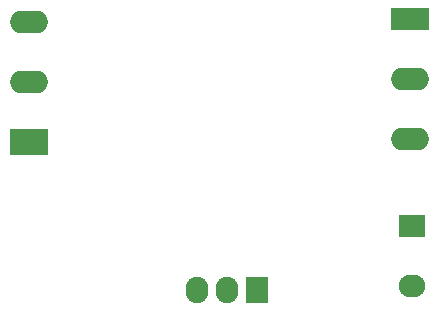
<source format=gbs>
G04 #@! TF.FileFunction,Soldermask,Bot*
%FSLAX46Y46*%
G04 Gerber Fmt 4.6, Leading zero omitted, Abs format (unit mm)*
G04 Created by KiCad (PCBNEW 0.201511171411+6319~30~ubuntu15.10.1-product) date Fr 04 Dez 2015 11:52:51 CET*
%MOMM*%
G01*
G04 APERTURE LIST*
%ADD10C,0.100000*%
%ADD11R,1.927200X2.232000*%
%ADD12O,1.927200X2.232000*%
%ADD13R,3.200000X1.927200*%
%ADD14O,3.200000X1.927200*%
%ADD15R,3.200000X2.200000*%
%ADD16R,2.232000X1.927200*%
%ADD17O,2.232000X1.927200*%
G04 APERTURE END LIST*
D10*
D11*
X169037000Y-85725000D03*
D12*
X166497000Y-85725000D03*
X163957000Y-85725000D03*
D13*
X181991000Y-62738000D03*
D14*
X181991000Y-67818000D03*
X181991000Y-72898000D03*
D15*
X149733000Y-73152000D03*
D14*
X149733000Y-68072000D03*
X149733000Y-62992000D03*
D16*
X182118000Y-80264000D03*
D17*
X182118000Y-85344000D03*
M02*

</source>
